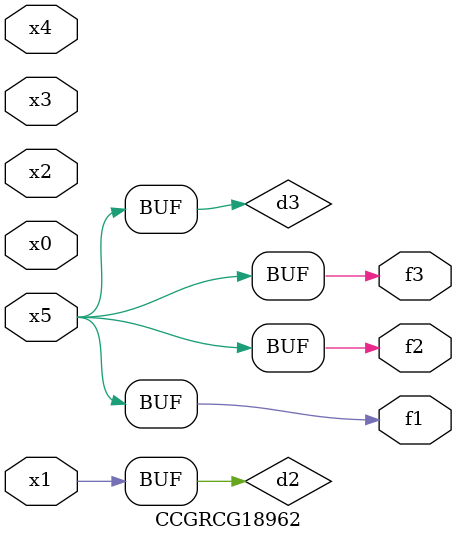
<source format=v>
module CCGRCG18962(
	input x0, x1, x2, x3, x4, x5,
	output f1, f2, f3
);

	wire d1, d2, d3;

	not (d1, x5);
	or (d2, x1);
	xnor (d3, d1);
	assign f1 = d3;
	assign f2 = d3;
	assign f3 = d3;
endmodule

</source>
